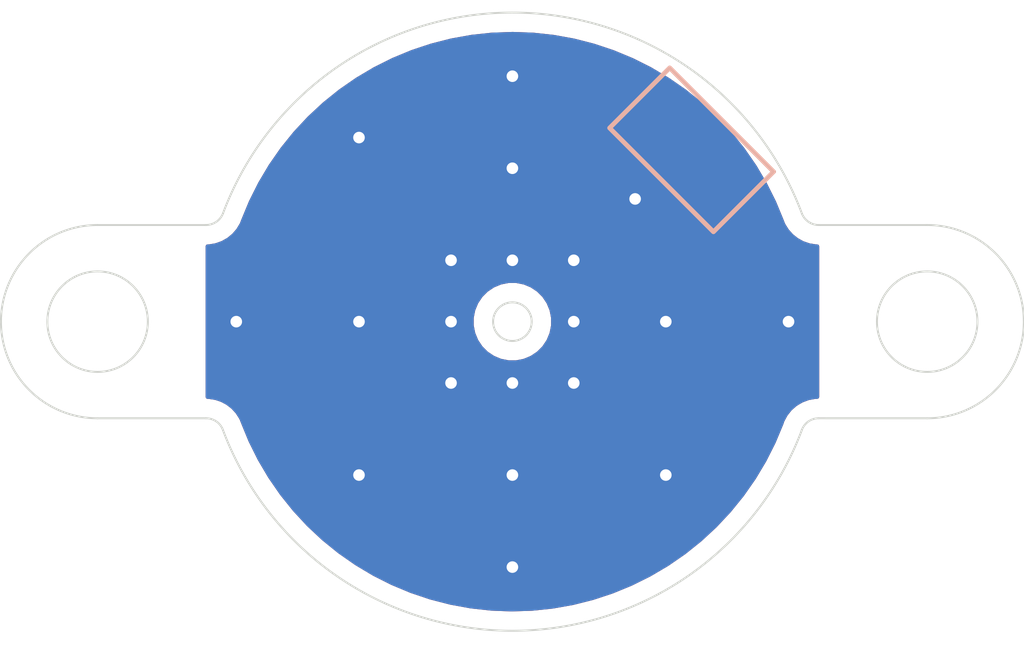
<source format=kicad_pcb>
(kicad_pcb (version 20241229) (generator "pcbnew") (generator_version "9.0")
  (layers (0 "F.Cu" signal) (2 "B.Cu" signal) (13 "F.Paste" user) (15 "B.Paste" user) (5 "F.SilkS" user "F.Silkscreen") (7 "B.SilkS" user "B.Silkscreen") (1 "F.Mask" user) (3 "B.Mask" user) (25 "Edge.Cuts" user))
  (net 0 "")
  (net 1 "GND")
  (footprint "TestPoint:TestPoint_Keystone_5015_Micro_Mini" (layer "B.Cu") (at 171.323 90.805 135)
    (property "Reference" "TP1" (hide yes))
    (property "Value" "TestPoint_Flag" (hide yes))
    (fp_poly (pts (xy -1.899999 1.1) (xy 1.899999 1.1) (xy 1.899999 -1.1) (xy -1.899999 -1.1)) (stroke (width 0.12)) (fill no) (layer "B.SilkS"))
    (pad "1" smd roundrect (at 0 0 135) (size 3.4 1.8) (layers "B.Cu" "B.Mask" "B.Paste") (roundrect_rratio 0.1388888889) (net 1 "GND"))
  )
  (gr_arc (start 159.199999 92.449076) (mid 166.693769 87.253993) (end 174.18 92.459935) (stroke (width 0.05)) (layer "Edge.Cuts"))
  (gr_arc (start 158.76 97.75) (mid 159.017364 97.824941) (end 159.19 98.03) (stroke (width 0.05)) (layer "Edge.Cuts"))
  (gr_arc (start 177.419 92.75) (mid 179.919 95.25) (end 177.419 97.75) (stroke (width 0.05)) (layer "Edge.Cuts"))
  (gr_arc (start 174.17 98.070003) (mid 166.666098 103.247106) (end 159.19 98.029932) (stroke (width 0.05)) (layer "Edge.Cuts"))
  (gr_arc (start 159.2 92.449076) (mid 159.026383 92.667357) (end 158.76 92.75) (stroke (width 0.05)) (layer "Edge.Cuts"))
  (gr_circle (center 177.419 95.25) (end 178.719 95.25) (stroke (width 0.05)) (fill no) (layer "Edge.Cuts"))
  (gr_line (start 158.76 92.75) (end 155.956 92.75) (stroke (width 0.05)) (layer "Edge.Cuts"))
  (gr_arc (start 155.956 97.75) (mid 153.456 95.25) (end 155.956 92.75) (stroke (width 0.05)) (layer "Edge.Cuts"))
  (gr_line (start 174.61 97.749102) (end 177.419 97.75) (stroke (width 0.05)) (layer "Edge.Cuts"))
  (gr_line (start 174.616304 92.75) (end 177.419 92.75) (stroke (width 0.05)) (layer "Edge.Cuts"))
  (gr_line (start 158.76 97.750001) (end 155.956 97.75) (stroke (width 0.05)) (layer "Edge.Cuts"))
  (gr_arc (start 174.17 98.07) (mid 174.337858 97.838049) (end 174.61 97.749076) (stroke (width 0.05)) (layer "Edge.Cuts"))
  (gr_arc (start 174.616383 92.75) (mid 174.353897 92.671653) (end 174.18 92.46) (stroke (width 0.05)) (layer "Edge.Cuts"))
  (gr_circle (center 166.6875 95.25) (end 167.1875 95.25) (stroke (width 0.05)) (fill no) (layer "Edge.Cuts"))
  (gr_circle (center 155.956 95.25) (end 157.256 95.25) (stroke (width 0.05)) (fill no) (layer "Edge.Cuts"))
  (via (at 162.71875 95.25) (size 0.6) (drill 0.3) (layers "F.Cu" "B.Cu") (net 1))
  (via (at 168.275 93.6625) (size 0.6) (drill 0.3) (layers "F.Cu" "B.Cu") (net 1))
  (via (at 165.1 96.8375) (size 0.6) (drill 0.3) (layers "F.Cu" "B.Cu") (net 1))
  (via (at 166.6875 91.28125) (size 0.6) (drill 0.3) (layers "F.Cu" "B.Cu") (net 1))
  (via (at 166.6875 88.9) (size 0.6) (drill 0.3) (layers "F.Cu" "B.Cu") (net 1))
  (via (at 165.1 93.6625) (size 0.6) (drill 0.3) (layers "F.Cu" "B.Cu") (net 1))
  (via (at 162.71875 90.4875) (size 0.6) (drill 0.3) (layers "F.Cu" "B.Cu") (net 1))
  (via (at 166.6875 99.21875) (size 0.6) (drill 0.3) (layers "F.Cu" "B.Cu") (net 1))
  (via (at 173.83125 95.25) (size 0.6) (drill 0.3) (layers "F.Cu" "B.Cu") (net 1))
  (via (at 168.275 95.25) (size 0.6) (drill 0.3) (layers "F.Cu" "B.Cu") (net 1))
  (via (at 166.6875 101.6) (size 0.6) (drill 0.3) (layers "F.Cu" "B.Cu") (net 1))
  (via (at 162.71875 99.21875) (size 0.6) (drill 0.3) (layers "F.Cu" "B.Cu") (net 1))
  (via (at 166.6875 96.8375) (size 0.6) (drill 0.3) (layers "F.Cu" "B.Cu") (net 1))
  (via (at 170.65625 99.21875) (size 0.6) (drill 0.3) (layers "F.Cu" "B.Cu") (net 1))
  (via (at 170.65625 95.25) (size 0.6) (drill 0.3) (layers "F.Cu" "B.Cu") (net 1))
  (via (at 165.1 95.25) (size 0.6) (drill 0.3) (layers "F.Cu" "B.Cu") (net 1))
  (via (at 159.54375 95.25) (size 0.6) (drill 0.3) (layers "F.Cu" "B.Cu") (net 1))
  (via (at 166.6875 93.6625) (size 0.6) (drill 0.3) (layers "F.Cu" "B.Cu") (net 1))
  (via (at 169.8625 92.075) (size 0.6) (drill 0.3) (layers "F.Cu" "B.Cu") (net 1))
  (via (at 168.275 96.8375) (size 0.6) (drill 0.3) (layers "F.Cu" "B.Cu") (net 1))
  (zone (net 1) (net_name "GND") (layers "F.Cu" "B.Cu") (connect_pads yes (clearance 0.1)) (min_thickness 0.1) (fill yes (thermal_gap 0.5) (thermal_bridge_width 0.5) (smoothing fillet) (island_removal_mode 1) (island_area_min 10))
    (polygon (pts (xy 158.75 86.928491) (xy 174.625 86.928491) (xy 174.625 103.699533) (xy 158.75 103.699533)))
  )
)
</source>
